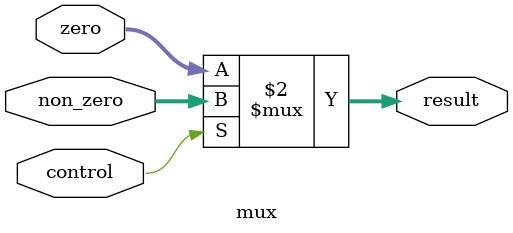
<source format=v>
module mux(control, zero, non_zero, result);

input control;
input[31:0] zero, non_zero;

output [31:0] result;

assign result = (control == 1'b0) ? zero : non_zero;	// select result

endmodule
</source>
